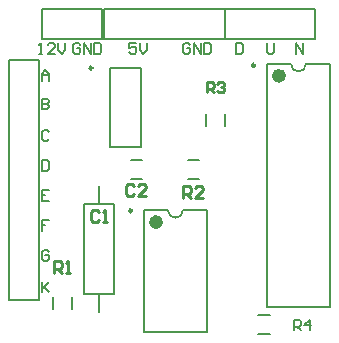
<source format=gbl>
G04 Layer_Color=65535*
%FSLAX25Y25*%
%MOIN*%
G70*
G01*
G75*
%ADD16C,0.01000*%
%ADD28C,0.00984*%
%ADD29C,0.02362*%
%ADD30C,0.00787*%
%ADD31C,0.00500*%
%ADD32C,0.00800*%
D16*
X17895Y23500D02*
Y27499D01*
X19894D01*
X20561Y26832D01*
Y25499D01*
X19894Y24833D01*
X17895D01*
X19228D02*
X20561Y23500D01*
X21893D02*
X23226D01*
X22560D01*
Y27499D01*
X21893Y26832D01*
X61000Y48500D02*
Y52499D01*
X62999D01*
X63666Y51832D01*
Y50499D01*
X62999Y49833D01*
X61000D01*
X62333D02*
X63666Y48500D01*
X67664D02*
X64999D01*
X67664Y51166D01*
Y51832D01*
X66998Y52499D01*
X65665D01*
X64999Y51832D01*
X33071Y43832D02*
X32405Y44499D01*
X31072D01*
X30406Y43832D01*
Y41166D01*
X31072Y40500D01*
X32405D01*
X33071Y41166D01*
X34404Y40500D02*
X35737D01*
X35071D01*
Y44499D01*
X34404Y43832D01*
X69000Y83555D02*
Y87054D01*
X70749D01*
X71333Y86471D01*
Y85304D01*
X70749Y84721D01*
X69000D01*
X70166D02*
X71333Y83555D01*
X72499Y86471D02*
X73082Y87054D01*
X74248D01*
X74831Y86471D01*
Y85888D01*
X74248Y85304D01*
X73665D01*
X74248D01*
X74831Y84721D01*
Y84138D01*
X74248Y83555D01*
X73082D01*
X72499Y84138D01*
X44666Y52305D02*
X43999Y52971D01*
X42667D01*
X42000Y52305D01*
Y49639D01*
X42667Y48972D01*
X43999D01*
X44666Y49639D01*
X48665Y48972D02*
X45999D01*
X48665Y51638D01*
Y52305D01*
X47998Y52971D01*
X46665D01*
X45999Y52305D01*
D28*
X30823Y91689D02*
G03*
X30823Y91689I-492J0D01*
G01*
X84992Y92618D02*
G03*
X84992Y92618I-492J0D01*
G01*
X43992Y44118D02*
G03*
X43992Y44118I-492J0D01*
G01*
D29*
X94185Y89114D02*
G03*
X94185Y89114I-1181J0D01*
G01*
X53185Y40339D02*
G03*
X53185Y40339I-1181J0D01*
G01*
D30*
X97000Y93051D02*
G03*
X102000Y93051I2500J0D01*
G01*
X56000Y44276D02*
G03*
X61000Y44276I2500J0D01*
G01*
X85996Y3161D02*
X89933D01*
X85996Y9461D02*
X89933D01*
X43532Y54850D02*
X47469D01*
X43532Y61150D02*
X47469D01*
X36827Y65311D02*
Y91689D01*
X47063Y65311D02*
Y91689D01*
X36827D02*
X47063D01*
X36827Y65311D02*
X47063D01*
X24044Y11531D02*
Y15469D01*
X17745Y11531D02*
Y15469D01*
X62532Y61150D02*
X66469D01*
X62532Y54850D02*
X66469D01*
X89067Y11949D02*
X109933D01*
X102000Y93051D02*
X109933D01*
X89067D02*
X97000D01*
X109933Y11949D02*
Y93051D01*
X89067Y11949D02*
Y93051D01*
X48067Y3724D02*
Y44276D01*
X68933Y3724D02*
Y44276D01*
X48067D02*
X56000D01*
X61000D02*
X68933D01*
X48067Y3724D02*
X68933D01*
X33000Y10500D02*
Y16500D01*
Y46500D02*
Y52500D01*
X28000Y16500D02*
X38000D01*
X28000D02*
Y46500D01*
X38000D01*
Y16500D02*
Y46500D01*
X68850Y72531D02*
Y76468D01*
X75150Y72531D02*
Y76468D01*
D31*
X12960Y14469D02*
Y94468D01*
X2960D02*
X12960D01*
X2960Y14469D02*
Y94468D01*
Y14469D02*
X12960D01*
X14000Y101500D02*
X34000D01*
Y111500D01*
X14000D02*
X34000D01*
X14000Y101500D02*
Y111500D01*
X34661Y101500D02*
Y111500D01*
X75000D01*
Y101500D02*
Y111500D01*
X34661Y101500D02*
X75000D01*
X105000D02*
Y111500D01*
X75000Y101500D02*
X105000D01*
X75000D02*
Y111500D01*
X105000D01*
D32*
X14000Y87500D02*
Y89833D01*
X15166Y90999D01*
X16333Y89833D01*
Y87500D01*
Y89249D01*
X14000D01*
Y81499D02*
Y78000D01*
X15749D01*
X16333Y78583D01*
Y79166D01*
X15749Y79749D01*
X14000D01*
X15749D01*
X16333Y80333D01*
Y80916D01*
X15749Y81499D01*
X14000D01*
X16333Y70416D02*
X15749Y70999D01*
X14583D01*
X14000Y70416D01*
Y68083D01*
X14583Y67500D01*
X15749D01*
X16333Y68083D01*
X14000Y60999D02*
Y57500D01*
X15749D01*
X16333Y58083D01*
Y60416D01*
X15749Y60999D01*
X14000D01*
X16333Y50999D02*
X14000D01*
Y47500D01*
X16333D01*
X14000Y49249D02*
X15166D01*
X16333Y40999D02*
X14000D01*
Y39249D01*
X15166D01*
X14000D01*
Y37500D01*
X16333Y30416D02*
X15749Y30999D01*
X14583D01*
X14000Y30416D01*
Y28083D01*
X14583Y27500D01*
X15749D01*
X16333Y28083D01*
Y29249D01*
X15166D01*
X14000Y20499D02*
Y17000D01*
Y18166D01*
X16333Y20499D01*
X14583Y18749D01*
X16333Y17000D01*
X97964Y4343D02*
Y7841D01*
X99714D01*
X100297Y7258D01*
Y6092D01*
X99714Y5509D01*
X97964D01*
X99131D02*
X100297Y4343D01*
X103213D02*
Y7841D01*
X101463Y6092D01*
X103796D01*
X78740Y99999D02*
Y96500D01*
X80490D01*
X81073Y97083D01*
Y99416D01*
X80490Y99999D01*
X78740D01*
X89000D02*
Y97083D01*
X89583Y96500D01*
X90749D01*
X91333Y97083D01*
Y99999D01*
X98800Y96500D02*
Y99999D01*
X101133Y96500D01*
Y99999D01*
X63369Y99416D02*
X62786Y99999D01*
X61619D01*
X61036Y99416D01*
Y97083D01*
X61619Y96500D01*
X62786D01*
X63369Y97083D01*
Y98249D01*
X62203D01*
X64535Y96500D02*
Y99999D01*
X66868Y96500D01*
Y99999D01*
X68034D02*
Y96500D01*
X69783D01*
X70367Y97083D01*
Y99416D01*
X69783Y99999D01*
X68034D01*
X26777Y99416D02*
X26194Y99999D01*
X25028D01*
X24445Y99416D01*
Y97083D01*
X25028Y96500D01*
X26194D01*
X26777Y97083D01*
Y98249D01*
X25611D01*
X27944Y96500D02*
Y99999D01*
X30276Y96500D01*
Y99999D01*
X31443D02*
Y96500D01*
X33192D01*
X33775Y97083D01*
Y99416D01*
X33192Y99999D01*
X31443D01*
X13000Y96500D02*
X14166D01*
X13583D01*
Y99999D01*
X13000Y99416D01*
X18248Y96500D02*
X15916D01*
X18248Y98832D01*
Y99416D01*
X17665Y99999D01*
X16499D01*
X15916Y99416D01*
X19415Y99999D02*
Y97666D01*
X20581Y96500D01*
X21747Y97666D01*
Y99999D01*
X45506D02*
X43173D01*
Y98249D01*
X44339Y98832D01*
X44923D01*
X45506Y98249D01*
Y97083D01*
X44923Y96500D01*
X43756D01*
X43173Y97083D01*
X46672Y99999D02*
Y97666D01*
X47838Y96500D01*
X49005Y97666D01*
Y99999D01*
M02*

</source>
